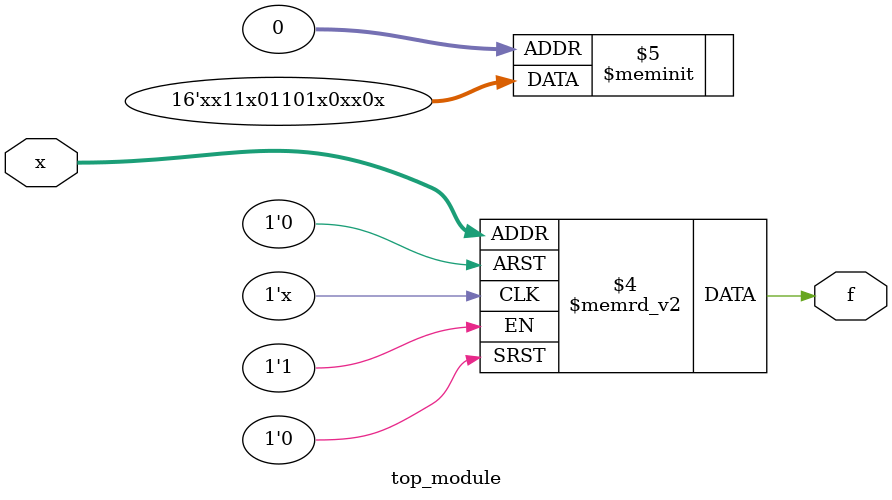
<source format=sv>
module top_module (
	input [4:1] x,
	output logic f
);
	always_comb begin
		case (x)
			4'b0000: f = 1'bx; // Don't care
			4'b0001: f = 1'b0;
			4'b0010: f = 1'bx; // Don't care
			4'b0011: f = 1'bx; // Don't care
			4'b0100: f = 1'b0;
			4'b0101: f = 1'bx; // Don't care
			4'b0110: f = 1'b1;
			4'b0111: f = 1'b0;
			4'b1000: f = 1'b1;
			4'b1001: f = 1'b1;
			4'b1010: f = 1'b0;
			4'b1011: f = 1'bx; // Don't care
			4'b1100: f = 1'b1;
			4'b1101: f = 1'b1;
			4'b1110: f = 1'bx; // Don't care
			4'b1111: f = 1'bx; // Don't care
			default: f = 1'bx;  // Catch-all for any undefined inputs
		endcase
	end
endmodule

</source>
